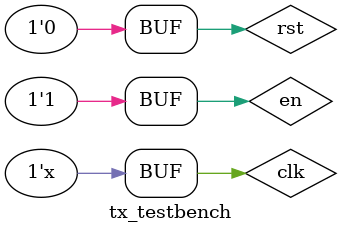
<source format=v>
`timescale 1ns / 1ps

module tx_testbench(
);

    wire signed [15:0] y; // output signal
    wire valid;           // valid signal
    reg clk, rst, en;     // clock, reset, and enable signals
    
    transmit tx (
        .clk (clk),           // clock signal
        .rst (rst),           // reset signal
        .s_axis_ready (en),   // enable signal
        .tx_sig (y),          // output signal
        .s_axis_valid (valid) // valid signal
    );
    
    initial begin
        clk <= 0;
        en <= 1;

        rst = 1;
        #6 rst <= 0;

        // test the enable signal
        #40000 en = 0;
        #10000 en = 1;
    end
    
    // create the clock signal for the sample rate (100MHz)
    always #5 clk = ~clk;

endmodule

</source>
